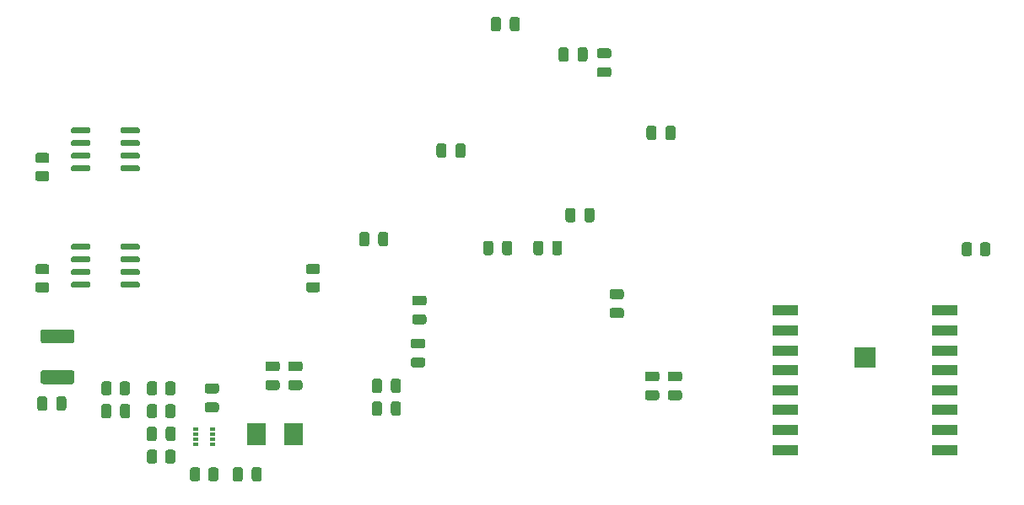
<source format=gbp>
G04 #@! TF.GenerationSoftware,KiCad,Pcbnew,(5.1.8)-1*
G04 #@! TF.CreationDate,2022-07-24T23:30:39+02:00*
G04 #@! TF.ProjectId,Dashboard,44617368-626f-4617-9264-2e6b69636164,rev?*
G04 #@! TF.SameCoordinates,Original*
G04 #@! TF.FileFunction,Paste,Bot*
G04 #@! TF.FilePolarity,Positive*
%FSLAX46Y46*%
G04 Gerber Fmt 4.6, Leading zero omitted, Abs format (unit mm)*
G04 Created by KiCad (PCBNEW (5.1.8)-1) date 2022-07-24 23:30:39*
%MOMM*%
%LPD*%
G01*
G04 APERTURE LIST*
%ADD10C,0.010000*%
%ADD11R,2.600000X1.100000*%
%ADD12R,0.475000X0.300000*%
%ADD13R,1.854500X2.286000*%
G04 APERTURE END LIST*
D10*
G36*
X170688000Y-112681000D02*
G01*
X168688000Y-112681000D01*
X168688000Y-114681000D01*
X170688000Y-114681000D01*
X170688000Y-112681000D01*
G37*
X170688000Y-112681000D02*
X168688000Y-112681000D01*
X168688000Y-114681000D01*
X170688000Y-114681000D01*
X170688000Y-112681000D01*
D11*
X177672000Y-109022000D03*
X177672000Y-111022000D03*
X177672000Y-113022000D03*
X177672000Y-115022000D03*
X177672000Y-117022000D03*
X177672000Y-119022000D03*
X177672000Y-121022000D03*
X177672000Y-123022000D03*
X161672000Y-123022000D03*
X161672000Y-121022000D03*
X161672000Y-119022000D03*
X161672000Y-117022000D03*
X161672000Y-115022000D03*
X161672000Y-113022000D03*
X161672000Y-111022000D03*
X161672000Y-109022000D03*
G36*
G01*
X90096001Y-112315000D02*
X87195999Y-112315000D01*
G75*
G02*
X86946000Y-112065001I0J249999D01*
G01*
X86946000Y-111164999D01*
G75*
G02*
X87195999Y-110915000I249999J0D01*
G01*
X90096001Y-110915000D01*
G75*
G02*
X90346000Y-111164999I0J-249999D01*
G01*
X90346000Y-112065001D01*
G75*
G02*
X90096001Y-112315000I-249999J0D01*
G01*
G37*
G36*
G01*
X90096001Y-116415000D02*
X87195999Y-116415000D01*
G75*
G02*
X86946000Y-116165001I0J249999D01*
G01*
X86946000Y-115264999D01*
G75*
G02*
X87195999Y-115015000I249999J0D01*
G01*
X90096001Y-115015000D01*
G75*
G02*
X90346000Y-115264999I0J-249999D01*
G01*
X90346000Y-116165001D01*
G75*
G02*
X90096001Y-116415000I-249999J0D01*
G01*
G37*
G36*
G01*
X113849999Y-106167500D02*
X114750001Y-106167500D01*
G75*
G02*
X115000000Y-106417499I0J-249999D01*
G01*
X115000000Y-106942501D01*
G75*
G02*
X114750001Y-107192500I-249999J0D01*
G01*
X113849999Y-107192500D01*
G75*
G02*
X113600000Y-106942501I0J249999D01*
G01*
X113600000Y-106417499D01*
G75*
G02*
X113849999Y-106167500I249999J0D01*
G01*
G37*
G36*
G01*
X113849999Y-104342500D02*
X114750001Y-104342500D01*
G75*
G02*
X115000000Y-104592499I0J-249999D01*
G01*
X115000000Y-105117501D01*
G75*
G02*
X114750001Y-105367500I-249999J0D01*
G01*
X113849999Y-105367500D01*
G75*
G02*
X113600000Y-105117501I0J249999D01*
G01*
X113600000Y-104592499D01*
G75*
G02*
X113849999Y-104342500I249999J0D01*
G01*
G37*
G36*
G01*
X147861000Y-117036000D02*
X148811000Y-117036000D01*
G75*
G02*
X149061000Y-117286000I0J-250000D01*
G01*
X149061000Y-117786000D01*
G75*
G02*
X148811000Y-118036000I-250000J0D01*
G01*
X147861000Y-118036000D01*
G75*
G02*
X147611000Y-117786000I0J250000D01*
G01*
X147611000Y-117286000D01*
G75*
G02*
X147861000Y-117036000I250000J0D01*
G01*
G37*
G36*
G01*
X147861000Y-115136000D02*
X148811000Y-115136000D01*
G75*
G02*
X149061000Y-115386000I0J-250000D01*
G01*
X149061000Y-115886000D01*
G75*
G02*
X148811000Y-116136000I-250000J0D01*
G01*
X147861000Y-116136000D01*
G75*
G02*
X147611000Y-115886000I0J250000D01*
G01*
X147611000Y-115386000D01*
G75*
G02*
X147861000Y-115136000I250000J0D01*
G01*
G37*
G36*
G01*
X121216000Y-118397000D02*
X121216000Y-119347000D01*
G75*
G02*
X120966000Y-119597000I-250000J0D01*
G01*
X120466000Y-119597000D01*
G75*
G02*
X120216000Y-119347000I0J250000D01*
G01*
X120216000Y-118397000D01*
G75*
G02*
X120466000Y-118147000I250000J0D01*
G01*
X120966000Y-118147000D01*
G75*
G02*
X121216000Y-118397000I0J-250000D01*
G01*
G37*
G36*
G01*
X123116000Y-118397000D02*
X123116000Y-119347000D01*
G75*
G02*
X122866000Y-119597000I-250000J0D01*
G01*
X122366000Y-119597000D01*
G75*
G02*
X122116000Y-119347000I0J250000D01*
G01*
X122116000Y-118397000D01*
G75*
G02*
X122366000Y-118147000I250000J0D01*
G01*
X122866000Y-118147000D01*
G75*
G02*
X123116000Y-118397000I0J-250000D01*
G01*
G37*
G36*
G01*
X150147000Y-117036000D02*
X151097000Y-117036000D01*
G75*
G02*
X151347000Y-117286000I0J-250000D01*
G01*
X151347000Y-117786000D01*
G75*
G02*
X151097000Y-118036000I-250000J0D01*
G01*
X150147000Y-118036000D01*
G75*
G02*
X149897000Y-117786000I0J250000D01*
G01*
X149897000Y-117286000D01*
G75*
G02*
X150147000Y-117036000I250000J0D01*
G01*
G37*
G36*
G01*
X150147000Y-115136000D02*
X151097000Y-115136000D01*
G75*
G02*
X151347000Y-115386000I0J-250000D01*
G01*
X151347000Y-115886000D01*
G75*
G02*
X151097000Y-116136000I-250000J0D01*
G01*
X150147000Y-116136000D01*
G75*
G02*
X149897000Y-115886000I0J250000D01*
G01*
X149897000Y-115386000D01*
G75*
G02*
X150147000Y-115136000I250000J0D01*
G01*
G37*
G36*
G01*
X121216000Y-116111000D02*
X121216000Y-117061000D01*
G75*
G02*
X120966000Y-117311000I-250000J0D01*
G01*
X120466000Y-117311000D01*
G75*
G02*
X120216000Y-117061000I0J250000D01*
G01*
X120216000Y-116111000D01*
G75*
G02*
X120466000Y-115861000I250000J0D01*
G01*
X120966000Y-115861000D01*
G75*
G02*
X121216000Y-116111000I0J-250000D01*
G01*
G37*
G36*
G01*
X123116000Y-116111000D02*
X123116000Y-117061000D01*
G75*
G02*
X122866000Y-117311000I-250000J0D01*
G01*
X122366000Y-117311000D01*
G75*
G02*
X122116000Y-117061000I0J250000D01*
G01*
X122116000Y-116111000D01*
G75*
G02*
X122366000Y-115861000I250000J0D01*
G01*
X122866000Y-115861000D01*
G75*
G02*
X123116000Y-116111000I0J-250000D01*
G01*
G37*
G36*
G01*
X139951000Y-82837000D02*
X139951000Y-83787000D01*
G75*
G02*
X139701000Y-84037000I-250000J0D01*
G01*
X139201000Y-84037000D01*
G75*
G02*
X138951000Y-83787000I0J250000D01*
G01*
X138951000Y-82837000D01*
G75*
G02*
X139201000Y-82587000I250000J0D01*
G01*
X139701000Y-82587000D01*
G75*
G02*
X139951000Y-82837000I0J-250000D01*
G01*
G37*
G36*
G01*
X141851000Y-82837000D02*
X141851000Y-83787000D01*
G75*
G02*
X141601000Y-84037000I-250000J0D01*
G01*
X141101000Y-84037000D01*
G75*
G02*
X140851000Y-83787000I0J250000D01*
G01*
X140851000Y-82837000D01*
G75*
G02*
X141101000Y-82587000I250000J0D01*
G01*
X141601000Y-82587000D01*
G75*
G02*
X141851000Y-82837000I0J-250000D01*
G01*
G37*
G36*
G01*
X88527000Y-118839000D02*
X88527000Y-117889000D01*
G75*
G02*
X88777000Y-117639000I250000J0D01*
G01*
X89277000Y-117639000D01*
G75*
G02*
X89527000Y-117889000I0J-250000D01*
G01*
X89527000Y-118839000D01*
G75*
G02*
X89277000Y-119089000I-250000J0D01*
G01*
X88777000Y-119089000D01*
G75*
G02*
X88527000Y-118839000I0J250000D01*
G01*
G37*
G36*
G01*
X86627000Y-118839000D02*
X86627000Y-117889000D01*
G75*
G02*
X86877000Y-117639000I250000J0D01*
G01*
X87377000Y-117639000D01*
G75*
G02*
X87627000Y-117889000I0J-250000D01*
G01*
X87627000Y-118839000D01*
G75*
G02*
X87377000Y-119089000I-250000J0D01*
G01*
X86877000Y-119089000D01*
G75*
G02*
X86627000Y-118839000I0J250000D01*
G01*
G37*
G36*
G01*
X144305000Y-108781000D02*
X145255000Y-108781000D01*
G75*
G02*
X145505000Y-109031000I0J-250000D01*
G01*
X145505000Y-109531000D01*
G75*
G02*
X145255000Y-109781000I-250000J0D01*
G01*
X144305000Y-109781000D01*
G75*
G02*
X144055000Y-109531000I0J250000D01*
G01*
X144055000Y-109031000D01*
G75*
G02*
X144305000Y-108781000I250000J0D01*
G01*
G37*
G36*
G01*
X144305000Y-106881000D02*
X145255000Y-106881000D01*
G75*
G02*
X145505000Y-107131000I0J-250000D01*
G01*
X145505000Y-107631000D01*
G75*
G02*
X145255000Y-107881000I-250000J0D01*
G01*
X144305000Y-107881000D01*
G75*
G02*
X144055000Y-107631000I0J250000D01*
G01*
X144055000Y-107131000D01*
G75*
G02*
X144305000Y-106881000I250000J0D01*
G01*
G37*
G36*
G01*
X124366000Y-113734000D02*
X125316000Y-113734000D01*
G75*
G02*
X125566000Y-113984000I0J-250000D01*
G01*
X125566000Y-114484000D01*
G75*
G02*
X125316000Y-114734000I-250000J0D01*
G01*
X124366000Y-114734000D01*
G75*
G02*
X124116000Y-114484000I0J250000D01*
G01*
X124116000Y-113984000D01*
G75*
G02*
X124366000Y-113734000I250000J0D01*
G01*
G37*
G36*
G01*
X124366000Y-111834000D02*
X125316000Y-111834000D01*
G75*
G02*
X125566000Y-112084000I0J-250000D01*
G01*
X125566000Y-112584000D01*
G75*
G02*
X125316000Y-112834000I-250000J0D01*
G01*
X124366000Y-112834000D01*
G75*
G02*
X124116000Y-112584000I0J250000D01*
G01*
X124116000Y-112084000D01*
G75*
G02*
X124366000Y-111834000I250000J0D01*
G01*
G37*
G36*
G01*
X149675000Y-91661000D02*
X149675000Y-90711000D01*
G75*
G02*
X149925000Y-90461000I250000J0D01*
G01*
X150425000Y-90461000D01*
G75*
G02*
X150675000Y-90711000I0J-250000D01*
G01*
X150675000Y-91661000D01*
G75*
G02*
X150425000Y-91911000I-250000J0D01*
G01*
X149925000Y-91911000D01*
G75*
G02*
X149675000Y-91661000I0J250000D01*
G01*
G37*
G36*
G01*
X147775000Y-91661000D02*
X147775000Y-90711000D01*
G75*
G02*
X148025000Y-90461000I250000J0D01*
G01*
X148525000Y-90461000D01*
G75*
G02*
X148775000Y-90711000I0J-250000D01*
G01*
X148775000Y-91661000D01*
G75*
G02*
X148525000Y-91911000I-250000J0D01*
G01*
X148025000Y-91911000D01*
G75*
G02*
X147775000Y-91661000I0J250000D01*
G01*
G37*
G36*
G01*
X125443000Y-108516000D02*
X124493000Y-108516000D01*
G75*
G02*
X124243000Y-108266000I0J250000D01*
G01*
X124243000Y-107766000D01*
G75*
G02*
X124493000Y-107516000I250000J0D01*
G01*
X125443000Y-107516000D01*
G75*
G02*
X125693000Y-107766000I0J-250000D01*
G01*
X125693000Y-108266000D01*
G75*
G02*
X125443000Y-108516000I-250000J0D01*
G01*
G37*
G36*
G01*
X125443000Y-110416000D02*
X124493000Y-110416000D01*
G75*
G02*
X124243000Y-110166000I0J250000D01*
G01*
X124243000Y-109666000D01*
G75*
G02*
X124493000Y-109416000I250000J0D01*
G01*
X125443000Y-109416000D01*
G75*
G02*
X125693000Y-109666000I0J-250000D01*
G01*
X125693000Y-110166000D01*
G75*
G02*
X125443000Y-110416000I-250000J0D01*
G01*
G37*
G36*
G01*
X140647000Y-98966000D02*
X140647000Y-99916000D01*
G75*
G02*
X140397000Y-100166000I-250000J0D01*
G01*
X139897000Y-100166000D01*
G75*
G02*
X139647000Y-99916000I0J250000D01*
G01*
X139647000Y-98966000D01*
G75*
G02*
X139897000Y-98716000I250000J0D01*
G01*
X140397000Y-98716000D01*
G75*
G02*
X140647000Y-98966000I0J-250000D01*
G01*
G37*
G36*
G01*
X142547000Y-98966000D02*
X142547000Y-99916000D01*
G75*
G02*
X142297000Y-100166000I-250000J0D01*
G01*
X141797000Y-100166000D01*
G75*
G02*
X141547000Y-99916000I0J250000D01*
G01*
X141547000Y-98966000D01*
G75*
G02*
X141797000Y-98716000I250000J0D01*
G01*
X142297000Y-98716000D01*
G75*
G02*
X142547000Y-98966000I0J-250000D01*
G01*
G37*
G36*
G01*
X143035000Y-84585000D02*
X143985000Y-84585000D01*
G75*
G02*
X144235000Y-84835000I0J-250000D01*
G01*
X144235000Y-85335000D01*
G75*
G02*
X143985000Y-85585000I-250000J0D01*
G01*
X143035000Y-85585000D01*
G75*
G02*
X142785000Y-85335000I0J250000D01*
G01*
X142785000Y-84835000D01*
G75*
G02*
X143035000Y-84585000I250000J0D01*
G01*
G37*
G36*
G01*
X143035000Y-82685000D02*
X143985000Y-82685000D01*
G75*
G02*
X144235000Y-82935000I0J-250000D01*
G01*
X144235000Y-83435000D01*
G75*
G02*
X143985000Y-83685000I-250000J0D01*
G01*
X143035000Y-83685000D01*
G75*
G02*
X142785000Y-83435000I0J250000D01*
G01*
X142785000Y-82935000D01*
G75*
G02*
X143035000Y-82685000I250000J0D01*
G01*
G37*
G36*
G01*
X128593000Y-93439000D02*
X128593000Y-92489000D01*
G75*
G02*
X128843000Y-92239000I250000J0D01*
G01*
X129343000Y-92239000D01*
G75*
G02*
X129593000Y-92489000I0J-250000D01*
G01*
X129593000Y-93439000D01*
G75*
G02*
X129343000Y-93689000I-250000J0D01*
G01*
X128843000Y-93689000D01*
G75*
G02*
X128593000Y-93439000I0J250000D01*
G01*
G37*
G36*
G01*
X126693000Y-93439000D02*
X126693000Y-92489000D01*
G75*
G02*
X126943000Y-92239000I250000J0D01*
G01*
X127443000Y-92239000D01*
G75*
G02*
X127693000Y-92489000I0J-250000D01*
G01*
X127693000Y-93439000D01*
G75*
G02*
X127443000Y-93689000I-250000J0D01*
G01*
X126943000Y-93689000D01*
G75*
G02*
X126693000Y-93439000I0J250000D01*
G01*
G37*
G36*
G01*
X132392000Y-102268000D02*
X132392000Y-103218000D01*
G75*
G02*
X132142000Y-103468000I-250000J0D01*
G01*
X131642000Y-103468000D01*
G75*
G02*
X131392000Y-103218000I0J250000D01*
G01*
X131392000Y-102268000D01*
G75*
G02*
X131642000Y-102018000I250000J0D01*
G01*
X132142000Y-102018000D01*
G75*
G02*
X132392000Y-102268000I0J-250000D01*
G01*
G37*
G36*
G01*
X134292000Y-102268000D02*
X134292000Y-103218000D01*
G75*
G02*
X134042000Y-103468000I-250000J0D01*
G01*
X133542000Y-103468000D01*
G75*
G02*
X133292000Y-103218000I0J250000D01*
G01*
X133292000Y-102268000D01*
G75*
G02*
X133542000Y-102018000I250000J0D01*
G01*
X134042000Y-102018000D01*
G75*
G02*
X134292000Y-102268000I0J-250000D01*
G01*
G37*
G36*
G01*
X119946000Y-101379000D02*
X119946000Y-102329000D01*
G75*
G02*
X119696000Y-102579000I-250000J0D01*
G01*
X119196000Y-102579000D01*
G75*
G02*
X118946000Y-102329000I0J250000D01*
G01*
X118946000Y-101379000D01*
G75*
G02*
X119196000Y-101129000I250000J0D01*
G01*
X119696000Y-101129000D01*
G75*
G02*
X119946000Y-101379000I0J-250000D01*
G01*
G37*
G36*
G01*
X121846000Y-101379000D02*
X121846000Y-102329000D01*
G75*
G02*
X121596000Y-102579000I-250000J0D01*
G01*
X121096000Y-102579000D01*
G75*
G02*
X120846000Y-102329000I0J250000D01*
G01*
X120846000Y-101379000D01*
G75*
G02*
X121096000Y-101129000I250000J0D01*
G01*
X121596000Y-101129000D01*
G75*
G02*
X121846000Y-101379000I0J-250000D01*
G01*
G37*
G36*
G01*
X134054000Y-80739000D02*
X134054000Y-79789000D01*
G75*
G02*
X134304000Y-79539000I250000J0D01*
G01*
X134804000Y-79539000D01*
G75*
G02*
X135054000Y-79789000I0J-250000D01*
G01*
X135054000Y-80739000D01*
G75*
G02*
X134804000Y-80989000I-250000J0D01*
G01*
X134304000Y-80989000D01*
G75*
G02*
X134054000Y-80739000I0J250000D01*
G01*
G37*
G36*
G01*
X132154000Y-80739000D02*
X132154000Y-79789000D01*
G75*
G02*
X132404000Y-79539000I250000J0D01*
G01*
X132904000Y-79539000D01*
G75*
G02*
X133154000Y-79789000I0J-250000D01*
G01*
X133154000Y-80739000D01*
G75*
G02*
X132904000Y-80989000I-250000J0D01*
G01*
X132404000Y-80989000D01*
G75*
G02*
X132154000Y-80739000I0J250000D01*
G01*
G37*
G36*
G01*
X137406000Y-102268000D02*
X137406000Y-103218000D01*
G75*
G02*
X137156000Y-103468000I-250000J0D01*
G01*
X136656000Y-103468000D01*
G75*
G02*
X136406000Y-103218000I0J250000D01*
G01*
X136406000Y-102268000D01*
G75*
G02*
X136656000Y-102018000I250000J0D01*
G01*
X137156000Y-102018000D01*
G75*
G02*
X137406000Y-102268000I0J-250000D01*
G01*
G37*
G36*
G01*
X139306000Y-102268000D02*
X139306000Y-103218000D01*
G75*
G02*
X139056000Y-103468000I-250000J0D01*
G01*
X138556000Y-103468000D01*
G75*
G02*
X138306000Y-103218000I0J250000D01*
G01*
X138306000Y-102268000D01*
G75*
G02*
X138556000Y-102018000I250000J0D01*
G01*
X139056000Y-102018000D01*
G75*
G02*
X139306000Y-102268000I0J-250000D01*
G01*
G37*
D12*
X102540000Y-120916000D03*
X102540000Y-121416000D03*
X102540000Y-121916000D03*
X102540000Y-122416000D03*
X104216000Y-122416000D03*
X104216000Y-121916000D03*
X104216000Y-121416000D03*
X104216000Y-120916000D03*
G36*
G01*
X94088000Y-116389999D02*
X94088000Y-117290001D01*
G75*
G02*
X93838001Y-117540000I-249999J0D01*
G01*
X93312999Y-117540000D01*
G75*
G02*
X93063000Y-117290001I0J249999D01*
G01*
X93063000Y-116389999D01*
G75*
G02*
X93312999Y-116140000I249999J0D01*
G01*
X93838001Y-116140000D01*
G75*
G02*
X94088000Y-116389999I0J-249999D01*
G01*
G37*
G36*
G01*
X95913000Y-116389999D02*
X95913000Y-117290001D01*
G75*
G02*
X95663001Y-117540000I-249999J0D01*
G01*
X95137999Y-117540000D01*
G75*
G02*
X94888000Y-117290001I0J249999D01*
G01*
X94888000Y-116389999D01*
G75*
G02*
X95137999Y-116140000I249999J0D01*
G01*
X95663001Y-116140000D01*
G75*
G02*
X95913000Y-116389999I0J-249999D01*
G01*
G37*
G36*
G01*
X99460000Y-117290001D02*
X99460000Y-116389999D01*
G75*
G02*
X99709999Y-116140000I249999J0D01*
G01*
X100235001Y-116140000D01*
G75*
G02*
X100485000Y-116389999I0J-249999D01*
G01*
X100485000Y-117290001D01*
G75*
G02*
X100235001Y-117540000I-249999J0D01*
G01*
X99709999Y-117540000D01*
G75*
G02*
X99460000Y-117290001I0J249999D01*
G01*
G37*
G36*
G01*
X97635000Y-117290001D02*
X97635000Y-116389999D01*
G75*
G02*
X97884999Y-116140000I249999J0D01*
G01*
X98410001Y-116140000D01*
G75*
G02*
X98660000Y-116389999I0J-249999D01*
G01*
X98660000Y-117290001D01*
G75*
G02*
X98410001Y-117540000I-249999J0D01*
G01*
X97884999Y-117540000D01*
G75*
G02*
X97635000Y-117290001I0J249999D01*
G01*
G37*
G36*
G01*
X99460000Y-119576001D02*
X99460000Y-118675999D01*
G75*
G02*
X99709999Y-118426000I249999J0D01*
G01*
X100235001Y-118426000D01*
G75*
G02*
X100485000Y-118675999I0J-249999D01*
G01*
X100485000Y-119576001D01*
G75*
G02*
X100235001Y-119826000I-249999J0D01*
G01*
X99709999Y-119826000D01*
G75*
G02*
X99460000Y-119576001I0J249999D01*
G01*
G37*
G36*
G01*
X97635000Y-119576001D02*
X97635000Y-118675999D01*
G75*
G02*
X97884999Y-118426000I249999J0D01*
G01*
X98410001Y-118426000D01*
G75*
G02*
X98660000Y-118675999I0J-249999D01*
G01*
X98660000Y-119576001D01*
G75*
G02*
X98410001Y-119826000I-249999J0D01*
G01*
X97884999Y-119826000D01*
G75*
G02*
X97635000Y-119576001I0J249999D01*
G01*
G37*
G36*
G01*
X102978000Y-125025999D02*
X102978000Y-125926001D01*
G75*
G02*
X102728001Y-126176000I-249999J0D01*
G01*
X102202999Y-126176000D01*
G75*
G02*
X101953000Y-125926001I0J249999D01*
G01*
X101953000Y-125025999D01*
G75*
G02*
X102202999Y-124776000I249999J0D01*
G01*
X102728001Y-124776000D01*
G75*
G02*
X102978000Y-125025999I0J-249999D01*
G01*
G37*
G36*
G01*
X104803000Y-125025999D02*
X104803000Y-125926001D01*
G75*
G02*
X104553001Y-126176000I-249999J0D01*
G01*
X104027999Y-126176000D01*
G75*
G02*
X103778000Y-125926001I0J249999D01*
G01*
X103778000Y-125025999D01*
G75*
G02*
X104027999Y-124776000I249999J0D01*
G01*
X104553001Y-124776000D01*
G75*
G02*
X104803000Y-125025999I0J-249999D01*
G01*
G37*
G36*
G01*
X99460000Y-124148001D02*
X99460000Y-123247999D01*
G75*
G02*
X99709999Y-122998000I249999J0D01*
G01*
X100235001Y-122998000D01*
G75*
G02*
X100485000Y-123247999I0J-249999D01*
G01*
X100485000Y-124148001D01*
G75*
G02*
X100235001Y-124398000I-249999J0D01*
G01*
X99709999Y-124398000D01*
G75*
G02*
X99460000Y-124148001I0J249999D01*
G01*
G37*
G36*
G01*
X97635000Y-124148001D02*
X97635000Y-123247999D01*
G75*
G02*
X97884999Y-122998000I249999J0D01*
G01*
X98410001Y-122998000D01*
G75*
G02*
X98660000Y-123247999I0J-249999D01*
G01*
X98660000Y-124148001D01*
G75*
G02*
X98410001Y-124398000I-249999J0D01*
G01*
X97884999Y-124398000D01*
G75*
G02*
X97635000Y-124148001I0J249999D01*
G01*
G37*
D13*
X112382250Y-121412000D03*
X108597750Y-121412000D03*
G36*
G01*
X109761000Y-116020000D02*
X110711000Y-116020000D01*
G75*
G02*
X110961000Y-116270000I0J-250000D01*
G01*
X110961000Y-116770000D01*
G75*
G02*
X110711000Y-117020000I-250000J0D01*
G01*
X109761000Y-117020000D01*
G75*
G02*
X109511000Y-116770000I0J250000D01*
G01*
X109511000Y-116270000D01*
G75*
G02*
X109761000Y-116020000I250000J0D01*
G01*
G37*
G36*
G01*
X109761000Y-114120000D02*
X110711000Y-114120000D01*
G75*
G02*
X110961000Y-114370000I0J-250000D01*
G01*
X110961000Y-114870000D01*
G75*
G02*
X110711000Y-115120000I-250000J0D01*
G01*
X109761000Y-115120000D01*
G75*
G02*
X109511000Y-114870000I0J250000D01*
G01*
X109511000Y-114370000D01*
G75*
G02*
X109761000Y-114120000I250000J0D01*
G01*
G37*
G36*
G01*
X112047000Y-116020000D02*
X112997000Y-116020000D01*
G75*
G02*
X113247000Y-116270000I0J-250000D01*
G01*
X113247000Y-116770000D01*
G75*
G02*
X112997000Y-117020000I-250000J0D01*
G01*
X112047000Y-117020000D01*
G75*
G02*
X111797000Y-116770000I0J250000D01*
G01*
X111797000Y-116270000D01*
G75*
G02*
X112047000Y-116020000I250000J0D01*
G01*
G37*
G36*
G01*
X112047000Y-114120000D02*
X112997000Y-114120000D01*
G75*
G02*
X113247000Y-114370000I0J-250000D01*
G01*
X113247000Y-114870000D01*
G75*
G02*
X112997000Y-115120000I-250000J0D01*
G01*
X112047000Y-115120000D01*
G75*
G02*
X111797000Y-114870000I0J250000D01*
G01*
X111797000Y-114370000D01*
G75*
G02*
X112047000Y-114120000I250000J0D01*
G01*
G37*
G36*
G01*
X94038000Y-118651000D02*
X94038000Y-119601000D01*
G75*
G02*
X93788000Y-119851000I-250000J0D01*
G01*
X93288000Y-119851000D01*
G75*
G02*
X93038000Y-119601000I0J250000D01*
G01*
X93038000Y-118651000D01*
G75*
G02*
X93288000Y-118401000I250000J0D01*
G01*
X93788000Y-118401000D01*
G75*
G02*
X94038000Y-118651000I0J-250000D01*
G01*
G37*
G36*
G01*
X95938000Y-118651000D02*
X95938000Y-119601000D01*
G75*
G02*
X95688000Y-119851000I-250000J0D01*
G01*
X95188000Y-119851000D01*
G75*
G02*
X94938000Y-119601000I0J250000D01*
G01*
X94938000Y-118651000D01*
G75*
G02*
X95188000Y-118401000I250000J0D01*
G01*
X95688000Y-118401000D01*
G75*
G02*
X95938000Y-118651000I0J-250000D01*
G01*
G37*
G36*
G01*
X108146000Y-125951000D02*
X108146000Y-125001000D01*
G75*
G02*
X108396000Y-124751000I250000J0D01*
G01*
X108896000Y-124751000D01*
G75*
G02*
X109146000Y-125001000I0J-250000D01*
G01*
X109146000Y-125951000D01*
G75*
G02*
X108896000Y-126201000I-250000J0D01*
G01*
X108396000Y-126201000D01*
G75*
G02*
X108146000Y-125951000I0J250000D01*
G01*
G37*
G36*
G01*
X106246000Y-125951000D02*
X106246000Y-125001000D01*
G75*
G02*
X106496000Y-124751000I250000J0D01*
G01*
X106996000Y-124751000D01*
G75*
G02*
X107246000Y-125001000I0J-250000D01*
G01*
X107246000Y-125951000D01*
G75*
G02*
X106996000Y-126201000I-250000J0D01*
G01*
X106496000Y-126201000D01*
G75*
G02*
X106246000Y-125951000I0J250000D01*
G01*
G37*
G36*
G01*
X99510000Y-121887000D02*
X99510000Y-120937000D01*
G75*
G02*
X99760000Y-120687000I250000J0D01*
G01*
X100260000Y-120687000D01*
G75*
G02*
X100510000Y-120937000I0J-250000D01*
G01*
X100510000Y-121887000D01*
G75*
G02*
X100260000Y-122137000I-250000J0D01*
G01*
X99760000Y-122137000D01*
G75*
G02*
X99510000Y-121887000I0J250000D01*
G01*
G37*
G36*
G01*
X97610000Y-121887000D02*
X97610000Y-120937000D01*
G75*
G02*
X97860000Y-120687000I250000J0D01*
G01*
X98360000Y-120687000D01*
G75*
G02*
X98610000Y-120937000I0J-250000D01*
G01*
X98610000Y-121887000D01*
G75*
G02*
X98360000Y-122137000I-250000J0D01*
G01*
X97860000Y-122137000D01*
G75*
G02*
X97610000Y-121887000I0J250000D01*
G01*
G37*
G36*
G01*
X103665000Y-118240000D02*
X104615000Y-118240000D01*
G75*
G02*
X104865000Y-118490000I0J-250000D01*
G01*
X104865000Y-118990000D01*
G75*
G02*
X104615000Y-119240000I-250000J0D01*
G01*
X103665000Y-119240000D01*
G75*
G02*
X103415000Y-118990000I0J250000D01*
G01*
X103415000Y-118490000D01*
G75*
G02*
X103665000Y-118240000I250000J0D01*
G01*
G37*
G36*
G01*
X103665000Y-116340000D02*
X104615000Y-116340000D01*
G75*
G02*
X104865000Y-116590000I0J-250000D01*
G01*
X104865000Y-117090000D01*
G75*
G02*
X104615000Y-117340000I-250000J0D01*
G01*
X103665000Y-117340000D01*
G75*
G02*
X103415000Y-117090000I0J250000D01*
G01*
X103415000Y-116590000D01*
G75*
G02*
X103665000Y-116340000I250000J0D01*
G01*
G37*
G36*
G01*
X91972000Y-102466000D02*
X91972000Y-102766000D01*
G75*
G02*
X91822000Y-102916000I-150000J0D01*
G01*
X90172000Y-102916000D01*
G75*
G02*
X90022000Y-102766000I0J150000D01*
G01*
X90022000Y-102466000D01*
G75*
G02*
X90172000Y-102316000I150000J0D01*
G01*
X91822000Y-102316000D01*
G75*
G02*
X91972000Y-102466000I0J-150000D01*
G01*
G37*
G36*
G01*
X91972000Y-103736000D02*
X91972000Y-104036000D01*
G75*
G02*
X91822000Y-104186000I-150000J0D01*
G01*
X90172000Y-104186000D01*
G75*
G02*
X90022000Y-104036000I0J150000D01*
G01*
X90022000Y-103736000D01*
G75*
G02*
X90172000Y-103586000I150000J0D01*
G01*
X91822000Y-103586000D01*
G75*
G02*
X91972000Y-103736000I0J-150000D01*
G01*
G37*
G36*
G01*
X91972000Y-105006000D02*
X91972000Y-105306000D01*
G75*
G02*
X91822000Y-105456000I-150000J0D01*
G01*
X90172000Y-105456000D01*
G75*
G02*
X90022000Y-105306000I0J150000D01*
G01*
X90022000Y-105006000D01*
G75*
G02*
X90172000Y-104856000I150000J0D01*
G01*
X91822000Y-104856000D01*
G75*
G02*
X91972000Y-105006000I0J-150000D01*
G01*
G37*
G36*
G01*
X91972000Y-106276000D02*
X91972000Y-106576000D01*
G75*
G02*
X91822000Y-106726000I-150000J0D01*
G01*
X90172000Y-106726000D01*
G75*
G02*
X90022000Y-106576000I0J150000D01*
G01*
X90022000Y-106276000D01*
G75*
G02*
X90172000Y-106126000I150000J0D01*
G01*
X91822000Y-106126000D01*
G75*
G02*
X91972000Y-106276000I0J-150000D01*
G01*
G37*
G36*
G01*
X96922000Y-106276000D02*
X96922000Y-106576000D01*
G75*
G02*
X96772000Y-106726000I-150000J0D01*
G01*
X95122000Y-106726000D01*
G75*
G02*
X94972000Y-106576000I0J150000D01*
G01*
X94972000Y-106276000D01*
G75*
G02*
X95122000Y-106126000I150000J0D01*
G01*
X96772000Y-106126000D01*
G75*
G02*
X96922000Y-106276000I0J-150000D01*
G01*
G37*
G36*
G01*
X96922000Y-105006000D02*
X96922000Y-105306000D01*
G75*
G02*
X96772000Y-105456000I-150000J0D01*
G01*
X95122000Y-105456000D01*
G75*
G02*
X94972000Y-105306000I0J150000D01*
G01*
X94972000Y-105006000D01*
G75*
G02*
X95122000Y-104856000I150000J0D01*
G01*
X96772000Y-104856000D01*
G75*
G02*
X96922000Y-105006000I0J-150000D01*
G01*
G37*
G36*
G01*
X96922000Y-103736000D02*
X96922000Y-104036000D01*
G75*
G02*
X96772000Y-104186000I-150000J0D01*
G01*
X95122000Y-104186000D01*
G75*
G02*
X94972000Y-104036000I0J150000D01*
G01*
X94972000Y-103736000D01*
G75*
G02*
X95122000Y-103586000I150000J0D01*
G01*
X96772000Y-103586000D01*
G75*
G02*
X96922000Y-103736000I0J-150000D01*
G01*
G37*
G36*
G01*
X96922000Y-102466000D02*
X96922000Y-102766000D01*
G75*
G02*
X96772000Y-102916000I-150000J0D01*
G01*
X95122000Y-102916000D01*
G75*
G02*
X94972000Y-102766000I0J150000D01*
G01*
X94972000Y-102466000D01*
G75*
G02*
X95122000Y-102316000I150000J0D01*
G01*
X96772000Y-102316000D01*
G75*
G02*
X96922000Y-102466000I0J-150000D01*
G01*
G37*
G36*
G01*
X91972000Y-90782000D02*
X91972000Y-91082000D01*
G75*
G02*
X91822000Y-91232000I-150000J0D01*
G01*
X90172000Y-91232000D01*
G75*
G02*
X90022000Y-91082000I0J150000D01*
G01*
X90022000Y-90782000D01*
G75*
G02*
X90172000Y-90632000I150000J0D01*
G01*
X91822000Y-90632000D01*
G75*
G02*
X91972000Y-90782000I0J-150000D01*
G01*
G37*
G36*
G01*
X91972000Y-92052000D02*
X91972000Y-92352000D01*
G75*
G02*
X91822000Y-92502000I-150000J0D01*
G01*
X90172000Y-92502000D01*
G75*
G02*
X90022000Y-92352000I0J150000D01*
G01*
X90022000Y-92052000D01*
G75*
G02*
X90172000Y-91902000I150000J0D01*
G01*
X91822000Y-91902000D01*
G75*
G02*
X91972000Y-92052000I0J-150000D01*
G01*
G37*
G36*
G01*
X91972000Y-93322000D02*
X91972000Y-93622000D01*
G75*
G02*
X91822000Y-93772000I-150000J0D01*
G01*
X90172000Y-93772000D01*
G75*
G02*
X90022000Y-93622000I0J150000D01*
G01*
X90022000Y-93322000D01*
G75*
G02*
X90172000Y-93172000I150000J0D01*
G01*
X91822000Y-93172000D01*
G75*
G02*
X91972000Y-93322000I0J-150000D01*
G01*
G37*
G36*
G01*
X91972000Y-94592000D02*
X91972000Y-94892000D01*
G75*
G02*
X91822000Y-95042000I-150000J0D01*
G01*
X90172000Y-95042000D01*
G75*
G02*
X90022000Y-94892000I0J150000D01*
G01*
X90022000Y-94592000D01*
G75*
G02*
X90172000Y-94442000I150000J0D01*
G01*
X91822000Y-94442000D01*
G75*
G02*
X91972000Y-94592000I0J-150000D01*
G01*
G37*
G36*
G01*
X96922000Y-94592000D02*
X96922000Y-94892000D01*
G75*
G02*
X96772000Y-95042000I-150000J0D01*
G01*
X95122000Y-95042000D01*
G75*
G02*
X94972000Y-94892000I0J150000D01*
G01*
X94972000Y-94592000D01*
G75*
G02*
X95122000Y-94442000I150000J0D01*
G01*
X96772000Y-94442000D01*
G75*
G02*
X96922000Y-94592000I0J-150000D01*
G01*
G37*
G36*
G01*
X96922000Y-93322000D02*
X96922000Y-93622000D01*
G75*
G02*
X96772000Y-93772000I-150000J0D01*
G01*
X95122000Y-93772000D01*
G75*
G02*
X94972000Y-93622000I0J150000D01*
G01*
X94972000Y-93322000D01*
G75*
G02*
X95122000Y-93172000I150000J0D01*
G01*
X96772000Y-93172000D01*
G75*
G02*
X96922000Y-93322000I0J-150000D01*
G01*
G37*
G36*
G01*
X96922000Y-92052000D02*
X96922000Y-92352000D01*
G75*
G02*
X96772000Y-92502000I-150000J0D01*
G01*
X95122000Y-92502000D01*
G75*
G02*
X94972000Y-92352000I0J150000D01*
G01*
X94972000Y-92052000D01*
G75*
G02*
X95122000Y-91902000I150000J0D01*
G01*
X96772000Y-91902000D01*
G75*
G02*
X96922000Y-92052000I0J-150000D01*
G01*
G37*
G36*
G01*
X96922000Y-90782000D02*
X96922000Y-91082000D01*
G75*
G02*
X96772000Y-91232000I-150000J0D01*
G01*
X95122000Y-91232000D01*
G75*
G02*
X94972000Y-91082000I0J150000D01*
G01*
X94972000Y-90782000D01*
G75*
G02*
X95122000Y-90632000I150000J0D01*
G01*
X96772000Y-90632000D01*
G75*
G02*
X96922000Y-90782000I0J-150000D01*
G01*
G37*
G36*
G01*
X180448000Y-102419999D02*
X180448000Y-103320001D01*
G75*
G02*
X180198001Y-103570000I-249999J0D01*
G01*
X179672999Y-103570000D01*
G75*
G02*
X179423000Y-103320001I0J249999D01*
G01*
X179423000Y-102419999D01*
G75*
G02*
X179672999Y-102170000I249999J0D01*
G01*
X180198001Y-102170000D01*
G75*
G02*
X180448000Y-102419999I0J-249999D01*
G01*
G37*
G36*
G01*
X182273000Y-102419999D02*
X182273000Y-103320001D01*
G75*
G02*
X182023001Y-103570000I-249999J0D01*
G01*
X181497999Y-103570000D01*
G75*
G02*
X181248000Y-103320001I0J249999D01*
G01*
X181248000Y-102419999D01*
G75*
G02*
X181497999Y-102170000I249999J0D01*
G01*
X182023001Y-102170000D01*
G75*
G02*
X182273000Y-102419999I0J-249999D01*
G01*
G37*
G36*
G01*
X86671999Y-93190000D02*
X87572001Y-93190000D01*
G75*
G02*
X87822000Y-93439999I0J-249999D01*
G01*
X87822000Y-93965001D01*
G75*
G02*
X87572001Y-94215000I-249999J0D01*
G01*
X86671999Y-94215000D01*
G75*
G02*
X86422000Y-93965001I0J249999D01*
G01*
X86422000Y-93439999D01*
G75*
G02*
X86671999Y-93190000I249999J0D01*
G01*
G37*
G36*
G01*
X86671999Y-95015000D02*
X87572001Y-95015000D01*
G75*
G02*
X87822000Y-95264999I0J-249999D01*
G01*
X87822000Y-95790001D01*
G75*
G02*
X87572001Y-96040000I-249999J0D01*
G01*
X86671999Y-96040000D01*
G75*
G02*
X86422000Y-95790001I0J249999D01*
G01*
X86422000Y-95264999D01*
G75*
G02*
X86671999Y-95015000I249999J0D01*
G01*
G37*
G36*
G01*
X86671999Y-106191000D02*
X87572001Y-106191000D01*
G75*
G02*
X87822000Y-106440999I0J-249999D01*
G01*
X87822000Y-106966001D01*
G75*
G02*
X87572001Y-107216000I-249999J0D01*
G01*
X86671999Y-107216000D01*
G75*
G02*
X86422000Y-106966001I0J249999D01*
G01*
X86422000Y-106440999D01*
G75*
G02*
X86671999Y-106191000I249999J0D01*
G01*
G37*
G36*
G01*
X86671999Y-104366000D02*
X87572001Y-104366000D01*
G75*
G02*
X87822000Y-104615999I0J-249999D01*
G01*
X87822000Y-105141001D01*
G75*
G02*
X87572001Y-105391000I-249999J0D01*
G01*
X86671999Y-105391000D01*
G75*
G02*
X86422000Y-105141001I0J249999D01*
G01*
X86422000Y-104615999D01*
G75*
G02*
X86671999Y-104366000I249999J0D01*
G01*
G37*
M02*

</source>
